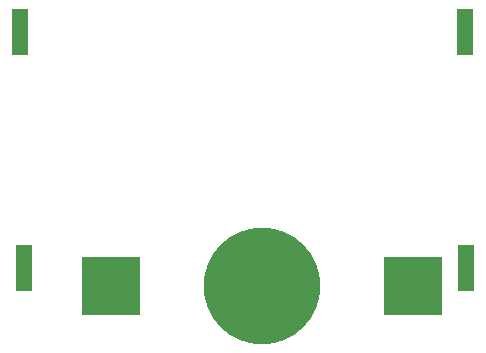
<source format=gbr>
%FSLAX35Y35*%
%MOIN*%
G04 EasyPC Gerber Version 18.0.9 Build 3640 *
%ADD84R,0.05600X0.15348*%
%ADD85R,0.19679X0.19679*%
%ADD86C,0.38970*%
X0Y0D02*
D02*
D84*
X33856Y138219D03*
X35037Y59478D03*
X182281Y138219D03*
X182675Y59478D03*
D02*
D85*
X64171Y53356D03*
X164959D03*
D02*
D86*
X114565D03*
X0Y0D02*
M02*

</source>
